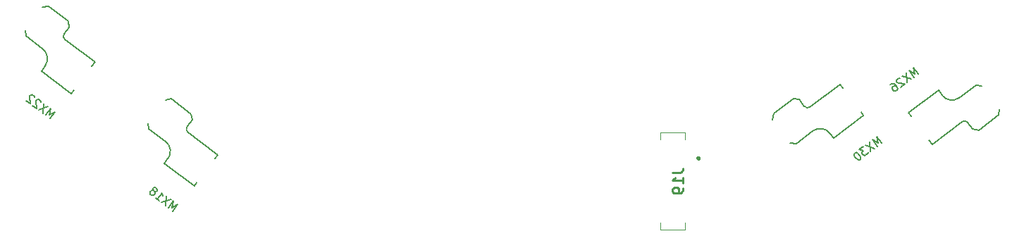
<source format=gbr>
G04 #@! TF.GenerationSoftware,KiCad,Pcbnew,(5.1.4)-1*
G04 #@! TF.CreationDate,2024-04-24T20:57:01-04:00*
G04 #@! TF.ProjectId,ThumbsUp,5468756d-6273-4557-902e-6b696361645f,rev?*
G04 #@! TF.SameCoordinates,Original*
G04 #@! TF.FileFunction,Legend,Bot*
G04 #@! TF.FilePolarity,Positive*
%FSLAX46Y46*%
G04 Gerber Fmt 4.6, Leading zero omitted, Abs format (unit mm)*
G04 Created by KiCad (PCBNEW (5.1.4)-1) date 2024-04-24 20:57:01*
%MOMM*%
%LPD*%
G04 APERTURE LIST*
%ADD10C,0.150000*%
%ADD11C,0.400000*%
%ADD12C,0.100000*%
%ADD13C,0.254000*%
G04 APERTURE END LIST*
D10*
X198402757Y-7317981D02*
X198101850Y-6918663D01*
X194808897Y-10026148D02*
X198402757Y-7317981D01*
X194387627Y-9467103D02*
X194808897Y-10026148D01*
X191980366Y-6272562D02*
G75*
G02X191280141Y-6174151I-300907J399318D01*
G01*
X187582195Y-7082550D02*
X189978101Y-5277105D01*
X187483784Y-7782776D02*
X187582195Y-7082550D01*
X189590137Y-10578000D02*
X190290362Y-10676410D01*
X195574226Y-3564394D02*
X191980367Y-6272561D01*
X191280141Y-6174151D02*
X190678326Y-5375516D01*
X189978101Y-5277105D02*
X190678326Y-5375516D01*
X192286950Y-9171872D02*
G75*
G02X194387627Y-9467103I902723J-1197954D01*
G01*
X190290362Y-10676410D02*
X192286951Y-9171873D01*
X195935315Y-4043575D02*
X195574226Y-3564394D01*
X203802062Y-7005719D02*
X204102969Y-7405037D01*
X207395922Y-4297552D02*
X203802062Y-7005719D01*
X207817192Y-4856597D02*
X207395922Y-4297552D01*
X210224453Y-8051138D02*
G75*
G02X210924678Y-8149549I300907J-399318D01*
G01*
X214622624Y-7241150D02*
X212226718Y-9046595D01*
X214721035Y-6540924D02*
X214622624Y-7241150D01*
X212614682Y-3745700D02*
X211914457Y-3647290D01*
X206630593Y-10759306D02*
X210224452Y-8051139D01*
X210924678Y-8149549D02*
X211526493Y-8948184D01*
X212226718Y-9046595D02*
X211526493Y-8948184D01*
X209917869Y-5151828D02*
G75*
G02X207817192Y-4856597I-902723J1197954D01*
G01*
X211914457Y-3647290D02*
X209917868Y-5151827D01*
X206269504Y-10280125D02*
X206630593Y-10759306D01*
X103225678Y-4642415D02*
X103526586Y-4243097D01*
X99631818Y-1934247D02*
X103225678Y-4642415D01*
X100053089Y-1375202D02*
X99631818Y-1934247D01*
X102460348Y1819340D02*
G75*
G02X102361939Y2519565I300908J399317D01*
G01*
X100469437Y5823871D02*
X102865343Y4018426D01*
X99769212Y5725460D02*
X100469437Y5823871D01*
X97662859Y2930236D02*
X97761269Y2230011D01*
X106054209Y-888828D02*
X102460349Y1819340D01*
X102361939Y2519565D02*
X102963754Y3318200D01*
X102865343Y4018426D02*
X102963754Y3318200D01*
X99757858Y725473D02*
G75*
G02X100053089Y-1375202I-902722J-1197953D01*
G01*
X97761269Y2230011D02*
X99757858Y725473D01*
X105693120Y-1368009D02*
X106054209Y-888828D01*
X118000435Y-15775992D02*
X118301343Y-15376674D01*
X114406575Y-13067824D02*
X118000435Y-15775992D01*
X114827846Y-12508779D02*
X114406575Y-13067824D01*
X117235105Y-9314237D02*
G75*
G02X117136696Y-8614012I300908J399317D01*
G01*
X115244194Y-5309706D02*
X117640100Y-7115151D01*
X114543969Y-5408117D02*
X115244194Y-5309706D01*
X112437616Y-8203341D02*
X112536026Y-8903566D01*
X120828966Y-12022405D02*
X117235106Y-9314237D01*
X117136696Y-8614012D02*
X117738511Y-7815377D01*
X117640100Y-7115151D02*
X117738511Y-7815377D01*
X114532615Y-10408104D02*
G75*
G02X114827846Y-12508779I-902722J-1197953D01*
G01*
X112536026Y-8903566D02*
X114532615Y-10408104D01*
X120467877Y-12501586D02*
X120828966Y-12022405D01*
D11*
X178532000Y-12508000D02*
G75*
G03X178532000Y-12408000I0J50000D01*
G01*
X178532000Y-12408000D02*
G75*
G03X178532000Y-12508000I0J-50000D01*
G01*
X178532000Y-12408000D02*
X178532000Y-12408000D01*
X178532000Y-12508000D02*
X178532000Y-12508000D01*
D12*
X176982000Y-21058000D02*
X176982000Y-20208000D01*
X173982000Y-21058000D02*
X176982000Y-21058000D01*
X173982000Y-20208000D02*
X173982000Y-21058000D01*
X176982000Y-9358000D02*
X176982000Y-10208000D01*
X173982000Y-9358000D02*
X176982000Y-9358000D01*
X173982000Y-10208000D02*
X173982000Y-9358000D01*
D10*
X200591208Y-10617781D02*
X199989393Y-9819146D01*
X200153049Y-10590205D01*
X199456969Y-10220356D01*
X200058784Y-11018991D01*
X199152727Y-10449619D02*
X199222118Y-11649464D01*
X198620303Y-10850829D02*
X199754542Y-11248254D01*
X198392122Y-11022776D02*
X197897728Y-11395328D01*
X198393203Y-11498965D01*
X198279112Y-11584939D01*
X198231710Y-11680285D01*
X198222337Y-11746973D01*
X198241623Y-11851691D01*
X198384912Y-12041842D01*
X198480258Y-12089245D01*
X198546946Y-12098617D01*
X198651664Y-12079332D01*
X198879846Y-11907385D01*
X198927249Y-11812039D01*
X198936621Y-11745351D01*
X197403335Y-11767880D02*
X197327274Y-11825196D01*
X197279872Y-11920542D01*
X197270499Y-11987230D01*
X197289785Y-12091948D01*
X197366386Y-12272727D01*
X197509675Y-12462879D01*
X197662337Y-12586342D01*
X197757683Y-12633744D01*
X197824371Y-12643117D01*
X197929089Y-12623831D01*
X198005150Y-12566516D01*
X198052553Y-12471170D01*
X198061925Y-12404481D01*
X198042640Y-12299763D01*
X197966038Y-12118984D01*
X197822749Y-11928833D01*
X197670087Y-11805370D01*
X197574741Y-11757967D01*
X197508053Y-11748595D01*
X197403335Y-11767880D01*
X204972349Y-2307811D02*
X204370534Y-1509176D01*
X204534190Y-2280235D01*
X203838110Y-1910386D01*
X204439925Y-2709021D01*
X203533868Y-2139649D02*
X203603259Y-3339494D01*
X203001444Y-2540859D02*
X204135683Y-2938284D01*
X202792548Y-2817524D02*
X202725860Y-2808152D01*
X202621142Y-2827437D01*
X202430990Y-2970726D01*
X202383588Y-3066072D01*
X202374215Y-3132761D01*
X202393501Y-3237479D01*
X202450817Y-3313540D01*
X202574820Y-3398972D01*
X203375078Y-3511441D01*
X202880684Y-3883993D01*
X201594325Y-3601199D02*
X201746446Y-3486568D01*
X201851164Y-3467282D01*
X201917852Y-3476655D01*
X202079886Y-3533430D01*
X202232548Y-3656893D01*
X202461811Y-3961135D01*
X202481096Y-4065854D01*
X202471724Y-4132542D01*
X202424321Y-4227888D01*
X202272200Y-4342519D01*
X202167482Y-4361805D01*
X202100794Y-4352432D01*
X202005448Y-4305030D01*
X201862158Y-4114878D01*
X201842873Y-4010160D01*
X201852245Y-3943472D01*
X201899648Y-3848126D01*
X202051769Y-3733494D01*
X202156488Y-3714209D01*
X202223176Y-3723581D01*
X202318522Y-3770984D01*
X100656925Y-7655637D02*
X101258740Y-6857001D01*
X100562660Y-7226850D01*
X100726316Y-6455791D01*
X100124501Y-7254427D01*
X100422074Y-6226528D02*
X99287835Y-6623954D01*
X99889650Y-5825318D02*
X99820259Y-7025164D01*
X99566123Y-5700774D02*
X99556750Y-5634086D01*
X99509348Y-5538740D01*
X99319196Y-5395450D01*
X99214478Y-5376165D01*
X99147790Y-5385537D01*
X99052444Y-5432940D01*
X98995128Y-5509001D01*
X98947185Y-5651749D01*
X99059654Y-6452007D01*
X98565260Y-6079455D01*
X98805517Y-5127617D02*
X98796145Y-5060929D01*
X98748742Y-4965583D01*
X98558591Y-4822293D01*
X98453873Y-4803008D01*
X98387184Y-4812380D01*
X98291838Y-4859783D01*
X98234523Y-4935843D01*
X98186579Y-5078592D01*
X98299048Y-5878850D01*
X97804655Y-5506297D01*
X115431682Y-18789214D02*
X116033497Y-17990578D01*
X115337417Y-18360427D01*
X115501073Y-17589368D01*
X114899258Y-18388004D01*
X115196831Y-17360105D02*
X114062592Y-17757531D01*
X114664407Y-16958895D02*
X114595016Y-18158741D01*
X113340017Y-17213032D02*
X113796380Y-17556926D01*
X113568199Y-17384979D02*
X114170014Y-16586343D01*
X114160101Y-16757750D01*
X114178845Y-16891126D01*
X114226248Y-16986472D01*
X113227548Y-16412774D02*
X113332267Y-16432060D01*
X113398955Y-16422687D01*
X113494301Y-16375284D01*
X113522959Y-16337254D01*
X113542244Y-16232536D01*
X113532872Y-16165848D01*
X113485469Y-16070502D01*
X113333348Y-15955870D01*
X113228630Y-15936585D01*
X113161941Y-15945957D01*
X113066595Y-15993360D01*
X113037938Y-16031390D01*
X113018652Y-16136109D01*
X113028025Y-16202797D01*
X113075427Y-16298143D01*
X113227548Y-16412774D01*
X113274951Y-16508120D01*
X113284323Y-16574808D01*
X113265038Y-16679527D01*
X113150406Y-16831648D01*
X113055060Y-16879050D01*
X112988372Y-16888423D01*
X112883654Y-16869137D01*
X112731533Y-16754506D01*
X112684130Y-16659160D01*
X112674758Y-16592472D01*
X112694043Y-16487753D01*
X112808675Y-16335632D01*
X112904021Y-16288230D01*
X112970709Y-16278857D01*
X113075427Y-16298143D01*
D13*
X175436523Y-14179904D02*
X176343666Y-14179904D01*
X176525095Y-14119428D01*
X176646047Y-13998476D01*
X176706523Y-13817047D01*
X176706523Y-13696095D01*
X176706523Y-15449904D02*
X176706523Y-14724190D01*
X176706523Y-15087047D02*
X175436523Y-15087047D01*
X175617952Y-14966095D01*
X175738904Y-14845142D01*
X175799380Y-14724190D01*
X176706523Y-16054666D02*
X176706523Y-16296571D01*
X176646047Y-16417523D01*
X176585571Y-16478000D01*
X176404142Y-16598952D01*
X176162238Y-16659428D01*
X175678428Y-16659428D01*
X175557476Y-16598952D01*
X175497000Y-16538476D01*
X175436523Y-16417523D01*
X175436523Y-16175619D01*
X175497000Y-16054666D01*
X175557476Y-15994190D01*
X175678428Y-15933714D01*
X175980809Y-15933714D01*
X176101761Y-15994190D01*
X176162238Y-16054666D01*
X176222714Y-16175619D01*
X176222714Y-16417523D01*
X176162238Y-16538476D01*
X176101761Y-16598952D01*
X175980809Y-16659428D01*
M02*

</source>
